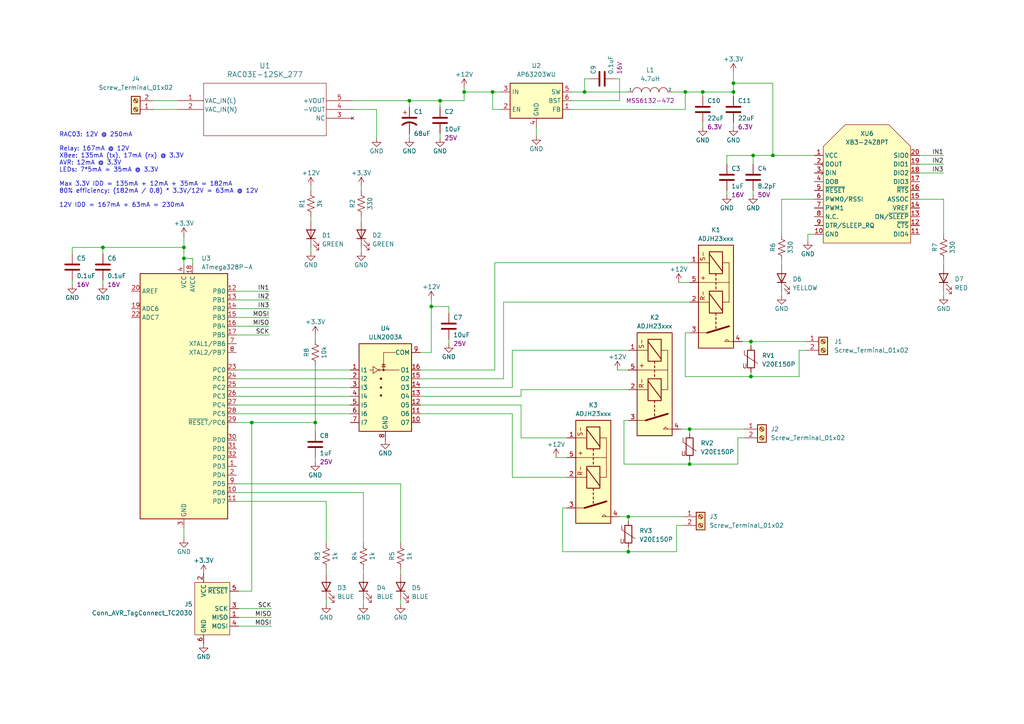
<source format=kicad_sch>
(kicad_sch (version 20211123) (generator eeschema)
  (paper "A4")
  (lib_symbols
    (symbol "Connector:Screw_Terminal_01x02" (pin_names (offset 1.016) hide)
      (property "Reference" "J" (at 0 2.54 0))
      (property "Value" "Screw_Terminal_01x02" (at 0 -5.08 0))
      (symbol "Screw_Terminal_01x02_1_1"
        (rectangle (start -1.27 1.27) (end 1.27 -3.81) (stroke (width 0.254)) (fill (type background)))
        (circle (center 0 -2.54) (radius 0.635) (stroke (width 0.1524)))
        (polyline (pts (xy -0.5334 -2.2098) (xy 0.3302 -3.048)) (stroke (width 0.1524)))
        (polyline (pts (xy -0.5334 0.3302) (xy 0.3302 -0.508)) (stroke (width 0.1524)))
        (polyline (pts (xy -0.3556 -2.032) (xy 0.508 -2.8702)) (stroke (width 0.1524)))
        (polyline (pts (xy -0.3556 0.508) (xy 0.508 -0.3302)) (stroke (width 0.1524)))
        (circle (center 0 0) (radius 0.635) (stroke (width 0.1524)))
        (pin passive line (at -5.08 0 0) (length 3.81) (name "Pin_1") (number "1"))
        (pin passive line (at -5.08 -2.54 0) (length 3.81) (name "Pin_2") (number "2"))
      )
    )
    (symbol "Device:C" (pin_numbers hide) (pin_names (offset 0.254))
      (property "Reference" "C" (at 0.635 2.54 0))
      (property "Value" "C" (at 0.635 -2.54 0))
      (symbol "C_0_1"
        (polyline (pts (xy -2.032 -0.762) (xy 2.032 -0.762)) (stroke (width 0.508)))
        (polyline (pts (xy -2.032 0.762) (xy 2.032 0.762)) (stroke (width 0.508)))
      )
      (symbol "C_1_1"
        (pin passive line (at 0 3.81 270) (length 2.794) (name "~") (number "1"))
        (pin passive line (at 0 -3.81 90) (length 2.794) (name "~") (number "2"))
      )
    )
    (symbol "Device:C_Polarized_US" (pin_numbers hide) (pin_names (offset 0.254) hide)
      (property "Reference" "C" (at 0.635 2.54 0))
      (property "Value" "C_Polarized_US" (at 0.635 -2.54 0))
      (symbol "C_Polarized_US_0_1"
        (polyline (pts (xy -2.032 0.762) (xy 2.032 0.762)) (stroke (width 0.508)))
        (polyline (pts (xy -1.778 2.286) (xy -0.762 2.286)))
        (polyline (pts (xy -1.27 1.778) (xy -1.27 2.794)))
        (arc (start 2.032 -1.27) (mid 0 -0.5572) (end -2.032 -1.27) (stroke (width 0.508)))
      )
      (symbol "C_Polarized_US_1_1"
        (pin passive line (at 0 3.81 270) (length 2.794) (name "~") (number "1"))
        (pin passive line (at 0 -3.81 90) (length 3.302) (name "~") (number "2"))
      )
    )
    (symbol "Device:LED" (pin_numbers hide) (pin_names (offset 1.016) hide)
      (property "Reference" "D" (at 0 2.54 0))
      (property "Value" "LED" (at 0 -2.54 0))
      (symbol "LED_0_1"
        (polyline (pts (xy -1.27 -1.27) (xy -1.27 1.27)) (stroke (width 0.254)))
        (polyline (pts (xy -1.27 0) (xy 1.27 0)))
        (polyline (pts (xy 1.27 -1.27) (xy 1.27 1.27) (xy -1.27 0) (xy 1.27 -1.27)) (stroke (width 0.254)))
        (polyline (pts (xy -3.048 -0.762) (xy -4.572 -2.286) (xy -3.81 -2.286) (xy -4.572 -2.286) (xy -4.572 -1.524)))
        (polyline (pts (xy -1.778 -0.762) (xy -3.302 -2.286) (xy -2.54 -2.286) (xy -3.302 -2.286) (xy -3.302 -1.524)))
      )
      (symbol "LED_1_1"
        (pin passive line (at -3.81 0 0) (length 2.54) (name "K") (number "1"))
        (pin passive line (at 3.81 0 180) (length 2.54) (name "A") (number "2"))
      )
    )
    (symbol "Device:R_US" (pin_numbers hide) (pin_names (offset 0))
      (property "Reference" "R" (at 2.54 0 90))
      (property "Value" "R_US" (at -2.54 0 90))
      (symbol "R_US_0_1"
        (polyline (pts (xy 0 -2.286) (xy 0 -2.54)))
        (polyline (pts (xy 0 2.286) (xy 0 2.54)))
        (polyline (pts (xy 0 -0.762) (xy 1.016 -1.143) (xy 0 -1.524) (xy -1.016 -1.905) (xy 0 -2.286)))
        (polyline (pts (xy 0 0.762) (xy 1.016 0.381) (xy 0 0) (xy -1.016 -0.381) (xy 0 -0.762)))
        (polyline (pts (xy 0 2.286) (xy 1.016 1.905) (xy 0 1.524) (xy -1.016 1.143) (xy 0 0.762)))
      )
      (symbol "R_US_1_1"
        (pin passive line (at 0 3.81 270) (length 1.27) (name "~") (number "1"))
        (pin passive line (at 0 -3.81 90) (length 1.27) (name "~") (number "2"))
      )
    )
    (symbol "Device:Varistor" (pin_numbers hide) (pin_names (offset 0))
      (property "Reference" "RV" (at 3.175 0 90))
      (property "Value" "Varistor" (at -3.175 0 90))
      (symbol "Varistor_0_0"
        (text "U" (at -1.778 -2.032 0) (effects (font (size 1.27 1.27))))
      )
      (symbol "Varistor_0_1"
        (rectangle (start -1.016 -2.54) (end 1.016 2.54) (stroke (width 0.254)))
        (polyline (pts (xy -1.905 2.54) (xy -1.905 1.27) (xy 1.905 -1.27)))
      )
      (symbol "Varistor_1_1"
        (pin passive line (at 0 3.81 270) (length 1.27) (name "~") (number "1"))
        (pin passive line (at 0 -3.81 90) (length 1.27) (name "~") (number "2"))
      )
    )
    (symbol "ISE Generic:ADJH23xxx"
      (property "Reference" "K" (at 5.08 33.02 0))
      (property "Value" "ADJH23xxx" (at 5.08 31.115 0))
      (symbol "ADJH23xxx_1_1"
        (polyline (pts (xy 0 13.335) (xy 3.175 13.335)))
        (polyline (pts (xy 0 24.765) (xy 3.175 24.765)))
        (polyline (pts (xy 2.54 4.445) (xy 0 4.445)))
        (polyline (pts (xy 2.54 4.445) (xy 8.89 6.35)) (stroke (width 0.508)))
        (polyline (pts (xy 3.175 15.875) (xy 6.985 10.795)) (stroke (width 0.254)))
        (polyline (pts (xy 3.175 27.305) (xy 6.985 22.225)) (stroke (width 0.254)))
        (polyline (pts (xy 5.08 6.35) (xy 5.08 5.715)) (stroke (width 0.254)))
        (polyline (pts (xy 5.08 7.62) (xy 5.08 6.985)) (stroke (width 0.254)))
        (polyline (pts (xy 5.08 8.89) (xy 5.08 8.255)) (stroke (width 0.254)))
        (polyline (pts (xy 5.08 10.16) (xy 5.08 9.525)) (stroke (width 0.254)))
        (polyline (pts (xy 5.08 17.78) (xy 5.08 17.145)) (stroke (width 0.254)))
        (polyline (pts (xy 5.08 19.05) (xy 5.08 18.415)) (stroke (width 0.254)))
        (polyline (pts (xy 5.08 20.32) (xy 5.08 19.685)) (stroke (width 0.254)))
        (polyline (pts (xy 5.08 21.59) (xy 5.08 20.955)) (stroke (width 0.254)))
        (polyline (pts (xy 8.89 13.335) (xy 6.985 13.335)))
        (polyline (pts (xy 8.89 13.335) (xy 8.89 24.765)))
        (polyline (pts (xy 8.89 19.05) (xy 0 19.05)))
        (polyline (pts (xy 8.89 24.765) (xy 6.985 24.765)))
        (polyline (pts (xy 10.16 1.905) (xy 7.62 1.905) (xy 8.255 2.54) (xy 8.89 1.905)))
        (rectangle (start 0 29.845) (end 10.16 0) (stroke (width 0.254)) (fill (type background)))
        (rectangle (start 6.985 16.51) (end 3.175 10.16) (stroke (width 0.254)))
        (rectangle (start 6.985 27.94) (end 3.175 21.59) (stroke (width 0.254)))
        (text "+" (at 1.27 20.32 900) (effects (font (size 1.27 1.27))))
        (text "R-" (at 1.27 15.24 900) (effects (font (size 1.27 1.27))))
        (text "S-" (at 1.27 26.67 900) (effects (font (size 1.27 1.27))))
        (pin passive line (at -2.54 24.765 0) (length 2.54) (name "~") (number "1"))
        (pin passive line (at -2.54 13.335 0) (length 2.54) (name "~") (number "2"))
        (pin passive line (at -2.54 4.445 0) (length 2.54) (name "~") (number "3"))
        (pin passive line (at 12.7 1.905 180) (length 2.54) (name "~") (number "4"))
        (pin passive line (at -2.54 19.05 0) (length 2.54) (name "~") (number "5"))
      )
    )
    (symbol "ISE Generic:Conn_AVR_TagConnect_TC2030" (in_bom no)
      (property "Reference" "J" (at 2.54 11.43 0))
      (property "Value" "Conn_AVR_TagConnect_TC2030" (at 5.08 8.89 0))
      (symbol "Conn_AVR_TagConnect_TC2030_0_0"
        (pin output line (at 7.62 -2.54 180) (length 2.54) (name "MISO") (number "1"))
        (pin power_in line (at -2.54 10.16 270) (length 2.54) (name "VCC") (number "2"))
        (pin input line (at 7.62 0 180) (length 2.54) (name "SCK") (number "3"))
        (pin input line (at 7.62 -5.08 180) (length 2.54) (name "MOSI") (number "4"))
        (pin open_collector line (at 7.62 5.08 180) (length 2.54) (name "~{RESET}") (number "5"))
        (pin power_in line (at -2.54 -10.16 90) (length 2.54) (name "GND") (number "6"))
      )
      (symbol "Conn_AVR_TagConnect_TC2030_0_1"
        (rectangle (start -5.08 7.62) (end 5.08 -7.62) (fill (type background)))
      )
    )
    (symbol "ISE RF:XB3-24Z8PT"
      (property "Reference" "U" (at 0 15.24 0))
      (property "Value" "XB3-24Z8PT" (at 0 12.7 0))
      (symbol "XB3-24Z8PT_0_1"
        (polyline (pts (xy -13.335 4.445) (xy -12.7 3.81) (xy -13.335 3.175)))
        (polyline (pts (xy -12.7 6.985) (xy -13.335 6.35) (xy -12.7 5.715)))
        (polyline (pts (xy -12.7 -16.51) (xy 12.7 -16.51) (xy 12.7 11.43) (xy 6.35 17.78) (xy -6.35 17.78) (xy -12.7 11.43) (xy -12.7 -16.51)) (fill (type background)))
      )
      (symbol "XB3-24Z8PT_1_1"
        (pin input line (at -15.24 8.89 0) (length 2.54) (name "VCC") (number "1"))
        (pin input line (at -15.24 -13.97 0) (length 2.54) (name "GND") (number "10"))
        (pin input line (at 15.24 -13.97 180) (length 2.54) (name "DIO4") (number "11"))
        (pin input line (at 15.24 -11.43 180) (length 2.54) (name "~{CTS}") (number "12"))
        (pin input line (at 15.24 -8.89 180) (length 2.54) (name "ON/~{SLEEP}") (number "13"))
        (pin input line (at 15.24 -6.35 180) (length 2.54) (name "VREF") (number "14"))
        (pin input line (at 15.24 -3.81 180) (length 2.54) (name "ASSOC") (number "15"))
        (pin input line (at 15.24 -1.27 180) (length 2.54) (name "~{RTS}") (number "16"))
        (pin input line (at 15.24 1.27 180) (length 2.54) (name "DIO3") (number "17"))
        (pin input line (at 15.24 3.81 180) (length 2.54) (name "DIO2") (number "18"))
        (pin input line (at 15.24 6.35 180) (length 2.54) (name "DIO1") (number "19"))
        (pin input line (at -15.24 6.35 0) (length 2.54) (name "DOUT") (number "2"))
        (pin input line (at 15.24 8.89 180) (length 2.54) (name "SIO0") (number "20"))
        (pin input line (at -15.24 3.81 0) (length 2.54) (name "DIN") (number "3"))
        (pin input line (at -15.24 1.27 0) (length 2.54) (name "DO8") (number "4"))
        (pin input line (at -15.24 -1.27 0) (length 2.54) (name "~{RESET}") (number "5"))
        (pin input line (at -15.24 -3.81 0) (length 2.54) (name "PWM0/RSSI") (number "6"))
        (pin input line (at -15.24 -6.35 0) (length 2.54) (name "PWM1") (number "7"))
        (pin input line (at -15.24 -8.89 0) (length 2.54) (name "N.C.") (number "8"))
        (pin input line (at -15.24 -11.43 0) (length 2.54) (name "DTR/SLEEP_RQ") (number "9"))
      )
    )
    (symbol "ISE UltraLibrarian:RAC03E-12SK_277" (pin_names (offset 0.254))
      (property "Reference" "U" (at 25.4 10.16 0))
      (property "Value" "RAC03E-12SK_277" (at 25.4 7.62 0))
      (symbol "RAC03E-12SK_277_0_1"
        (polyline (pts (xy 7.62 -10.16) (xy 43.18 -10.16)) (stroke (width 0.127)))
        (polyline (pts (xy 7.62 5.08) (xy 7.62 -10.16)) (stroke (width 0.127)))
        (polyline (pts (xy 43.18 -10.16) (xy 43.18 5.08)) (stroke (width 0.127)))
        (polyline (pts (xy 43.18 5.08) (xy 7.62 5.08)) (stroke (width 0.127)))
        (pin power_in line (at 0 0 0) (length 7.62) (name "VAC_IN(L)") (number "1"))
        (pin power_in line (at 0 -2.54 0) (length 7.62) (name "VAC_IN(N)") (number "2"))
        (pin no_connect line (at 50.8 -5.08 180) (length 7.62) (name "NC") (number "3"))
        (pin output line (at 50.8 -2.54 180) (length 7.62) (name "-VOUT") (number "4"))
        (pin output line (at 50.8 0 180) (length 7.62) (name "+VOUT") (number "5"))
      )
    )
    (symbol "MCU_Microchip_ATmega:ATmega328P-A"
      (property "Reference" "U" (at -12.7 36.83 0))
      (property "Value" "ATmega328P-A" (at 2.54 -36.83 0))
      (symbol "ATmega328P-A_0_1"
        (rectangle (start -12.7 -35.56) (end 12.7 35.56) (stroke (width 0.254)) (fill (type background)))
      )
      (symbol "ATmega328P-A_1_1"
        (pin bidirectional line (at 15.24 -20.32 180) (length 2.54) (name "PD3") (number "1"))
        (pin bidirectional line (at 15.24 -27.94 180) (length 2.54) (name "PD6") (number "10"))
        (pin bidirectional line (at 15.24 -30.48 180) (length 2.54) (name "PD7") (number "11"))
        (pin bidirectional line (at 15.24 30.48 180) (length 2.54) (name "PB0") (number "12"))
        (pin bidirectional line (at 15.24 27.94 180) (length 2.54) (name "PB1") (number "13"))
        (pin bidirectional line (at 15.24 25.4 180) (length 2.54) (name "PB2") (number "14"))
        (pin bidirectional line (at 15.24 22.86 180) (length 2.54) (name "PB3") (number "15"))
        (pin bidirectional line (at 15.24 20.32 180) (length 2.54) (name "PB4") (number "16"))
        (pin bidirectional line (at 15.24 17.78 180) (length 2.54) (name "PB5") (number "17"))
        (pin power_in line (at 2.54 38.1 270) (length 2.54) (name "AVCC") (number "18"))
        (pin input line (at -15.24 25.4 0) (length 2.54) (name "ADC6") (number "19"))
        (pin bidirectional line (at 15.24 -22.86 180) (length 2.54) (name "PD4") (number "2"))
        (pin passive line (at -15.24 30.48 0) (length 2.54) (name "AREF") (number "20"))
        (pin passive line (at 0 -38.1 90) (length 2.54) hide (name "GND") (number "21"))
        (pin input line (at -15.24 22.86 0) (length 2.54) (name "ADC7") (number "22"))
        (pin bidirectional line (at 15.24 7.62 180) (length 2.54) (name "PC0") (number "23"))
        (pin bidirectional line (at 15.24 5.08 180) (length 2.54) (name "PC1") (number "24"))
        (pin bidirectional line (at 15.24 2.54 180) (length 2.54) (name "PC2") (number "25"))
        (pin bidirectional line (at 15.24 0 180) (length 2.54) (name "PC3") (number "26"))
        (pin bidirectional line (at 15.24 -2.54 180) (length 2.54) (name "PC4") (number "27"))
        (pin bidirectional line (at 15.24 -5.08 180) (length 2.54) (name "PC5") (number "28"))
        (pin bidirectional line (at 15.24 -7.62 180) (length 2.54) (name "~{RESET}/PC6") (number "29"))
        (pin power_in line (at 0 -38.1 90) (length 2.54) (name "GND") (number "3"))
        (pin bidirectional line (at 15.24 -12.7 180) (length 2.54) (name "PD0") (number "30"))
        (pin bidirectional line (at 15.24 -15.24 180) (length 2.54) (name "PD1") (number "31"))
        (pin bidirectional line (at 15.24 -17.78 180) (length 2.54) (name "PD2") (number "32"))
        (pin power_in line (at 0 38.1 270) (length 2.54) (name "VCC") (number "4"))
        (pin passive line (at 0 -38.1 90) (length 2.54) hide (name "GND") (number "5"))
        (pin passive line (at 0 38.1 270) (length 2.54) hide (name "VCC") (number "6"))
        (pin bidirectional line (at 15.24 15.24 180) (length 2.54) (name "XTAL1/PB6") (number "7"))
        (pin bidirectional line (at 15.24 12.7 180) (length 2.54) (name "XTAL2/PB7") (number "8"))
        (pin bidirectional line (at 15.24 -25.4 180) (length 2.54) (name "PD5") (number "9"))
      )
    )
    (symbol "Regulator_Switching:AP63203WU"
      (property "Reference" "U" (at -7.62 6.35 0))
      (property "Value" "AP63203WU" (at 2.54 6.35 0))
      (symbol "AP63203WU_0_1"
        (rectangle (start -7.62 5.08) (end 7.62 -5.08) (stroke (width 0.254)) (fill (type background)))
      )
      (symbol "AP63203WU_1_1"
        (pin input line (at 10.16 -2.54 180) (length 2.54) (name "FB") (number "1"))
        (pin input line (at -10.16 -2.54 0) (length 2.54) (name "EN") (number "2"))
        (pin power_in line (at -10.16 2.54 0) (length 2.54) (name "IN") (number "3"))
        (pin power_in line (at 0 -7.62 90) (length 2.54) (name "GND") (number "4"))
        (pin output line (at 10.16 2.54 180) (length 2.54) (name "SW") (number "5"))
        (pin passive line (at 10.16 0 180) (length 2.54) (name "BST") (number "6"))
      )
    )
    (symbol "Transistor_Array:ULN2003A"
      (property "Reference" "U" (at 0 15.875 0))
      (property "Value" "ULN2003A" (at 0 13.97 0))
      (symbol "ULN2003A_0_1"
        (rectangle (start -7.62 -12.7) (end 7.62 12.7) (stroke (width 0.254)) (fill (type background)))
        (circle (center -1.778 5.08) (radius 0.254))
        (circle (center -1.27 -2.286) (radius 0.254) (fill (type outline)))
        (circle (center -1.27 0) (radius 0.254) (fill (type outline)))
        (circle (center -1.27 2.54) (radius 0.254) (fill (type outline)))
        (circle (center -0.508 5.08) (radius 0.254) (fill (type outline)))
        (polyline (pts (xy -4.572 5.08) (xy -3.556 5.08)))
        (polyline (pts (xy -1.524 5.08) (xy 4.064 5.08)))
        (polyline (pts (xy 0 6.731) (xy -1.016 6.731)))
        (polyline (pts (xy -0.508 5.08) (xy -0.508 10.16) (xy 2.921 10.16)))
        (polyline (pts (xy -3.556 6.096) (xy -3.556 4.064) (xy -2.032 5.08) (xy -3.556 6.096)))
        (polyline (pts (xy 0 5.969) (xy -1.016 5.969) (xy -0.508 6.731) (xy 0 5.969)))
      )
      (symbol "ULN2003A_1_1"
        (pin input line (at -10.16 5.08 0) (length 2.54) (name "I1") (number "1"))
        (pin open_collector line (at 10.16 -10.16 180) (length 2.54) (name "O7") (number "10"))
        (pin open_collector line (at 10.16 -7.62 180) (length 2.54) (name "O6") (number "11"))
        (pin open_collector line (at 10.16 -5.08 180) (length 2.54) (name "O5") (number "12"))
        (pin open_collector line (at 10.16 -2.54 180) (length 2.54) (name "O4") (number "13"))
        (pin open_collector line (at 10.16 0 180) (length 2.54) (name "O3") (number "14"))
        (pin open_collector line (at 10.16 2.54 180) (length 2.54) (name "O2") (number "15"))
        (pin open_collector line (at 10.16 5.08 180) (length 2.54) (name "O1") (number "16"))
        (pin input line (at -10.16 2.54 0) (length 2.54) (name "I2") (number "2"))
        (pin input line (at -10.16 0 0) (length 2.54) (name "I3") (number "3"))
        (pin input line (at -10.16 -2.54 0) (length 2.54) (name "I4") (number "4"))
        (pin input line (at -10.16 -5.08 0) (length 2.54) (name "I5") (number "5"))
        (pin input line (at -10.16 -7.62 0) (length 2.54) (name "I6") (number "6"))
        (pin input line (at -10.16 -10.16 0) (length 2.54) (name "I7") (number "7"))
        (pin power_in line (at 0 -15.24 90) (length 2.54) (name "GND") (number "8"))
        (pin passive line (at 10.16 10.16 180) (length 2.54) (name "COM") (number "9"))
      )
    )
    (symbol "power:+12V" (power) (pin_names (offset 0))
      (property "Value" "+12V" (at 0 3.556 0))
      (symbol "+12V_0_1"
        (polyline (pts (xy -0.762 1.27) (xy 0 2.54)))
        (polyline (pts (xy 0 0) (xy 0 2.54)))
        (polyline (pts (xy 0 2.54) (xy 0.762 1.27)))
      )
      (symbol "+12V_1_1"
        (pin power_in line (at 0 0 90) (length 0) hide (name "+12V") (number "1"))
      )
    )
    (symbol "power:+3.3V" (power) (pin_names (offset 0))
      (property "Value" "+3.3V" (at 0 3.556 0))
      (symbol "+3.3V_0_1"
        (polyline (pts (xy -0.762 1.27) (xy 0 2.54)))
        (polyline (pts (xy 0 0) (xy 0 2.54)))
        (polyline (pts (xy 0 2.54) (xy 0.762 1.27)))
      )
      (symbol "+3.3V_1_1"
        (pin power_in line (at 0 0 90) (length 0) hide (name "+3.3V") (number "1"))
      )
    )
    (symbol "power:GND" (power) (pin_names (offset 0))
      (property "Value" "GND" (at 0 -3.81 0))
      (symbol "GND_0_1"
        (polyline (pts (xy 0 0) (xy 0 -1.27) (xy 1.27 -1.27) (xy 0 -2.54) (xy -1.27 -1.27) (xy 0 -1.27)))
      )
      (symbol "GND_1_1"
        (pin power_in line (at 0 0 270) (length 0) hide (name "GND") (number "1"))
      )
    )
    (symbol "pspice:INDUCTOR" (pin_numbers hide) (pin_names (offset 0))
      (property "Reference" "L" (at 0 2.54 0))
      (property "Value" "INDUCTOR" (at 0 -1.27 0))
      (symbol "INDUCTOR_0_1"
        (arc (start -2.54 0) (mid -3.81 1.27) (end -5.08 0))
        (arc (start 0 0) (mid -1.27 1.27) (end -2.54 0))
        (arc (start 2.54 0) (mid 1.27 1.27) (end 0 0))
        (arc (start 5.08 0) (mid 3.81 1.27) (end 2.54 0))
      )
      (symbol "INDUCTOR_1_1"
        (pin input line (at -6.35 0 0) (length 1.27) (name "1") (number "1"))
        (pin input line (at 6.35 0 180) (length 1.27) (name "2") (number "2"))
      )
    )
  )
  (junction (at 182.245 149.86))
  (junction (at 200.025 124.46))
  (junction (at 127.635 29.21))
  (junction (at 169.545 26.67))
  (junction (at 73.025 122.555))
  (junction (at 212.725 24.13))
  (junction (at 142.875 26.67))
  (junction (at 203.835 26.67))
  (junction (at 125.095 88.9))
  (junction (at 118.745 29.21))
  (junction (at 198.755 26.67))
  (junction (at 200.025 134.62))
  (junction (at 224.155 45.085))
  (junction (at 182.245 160.02))
  (junction (at 218.44 45.085))
  (junction (at 29.845 71.755))
  (junction (at 217.805 109.22))
  (junction (at 134.62 26.67))
  (junction (at 217.805 99.06))
  (junction (at 53.34 74.93))
  (junction (at 53.34 71.755))
  (junction (at 91.44 122.555))
  (junction (at 212.725 26.67))
  (wire (pts (xy 68.58 84.455) (xy 78.105 84.455)))
  (wire (pts (xy 118.745 29.21) (xy 127.635 29.21)))
  (wire (pts (xy 198.755 31.75) (xy 198.755 26.67)))
  (wire (pts (xy 182.245 160.02) (xy 163.195 160.02)))
  (wire (pts (xy 148.59 138.43) (xy 148.59 120.015)))
  (wire (pts (xy 164.465 138.43) (xy 148.59 138.43)))
  (wire (pts (xy 102.235 29.21) (xy 118.745 29.21)))
  (wire (pts (xy 273.685 57.785) (xy 266.7 57.785)))
  (wire (pts (xy 213.995 134.62) (xy 200.025 134.62)))
  (wire (pts (xy 273.685 75.565) (xy 273.685 76.835)))
  (wire (pts (xy 210.82 45.085) (xy 218.44 45.085)))
  (wire (pts (xy 212.725 24.13) (xy 212.725 26.67)))
  (wire (pts (xy 146.05 87.63) (xy 146.05 109.855)))
  (wire (pts (xy 91.44 106.045) (xy 91.44 122.555)))
  (wire (pts (xy 234.315 69.85) (xy 234.315 67.945)))
  (wire (pts (xy 104.775 71.755) (xy 104.775 73.025)))
  (wire (pts (xy 203.835 27.94) (xy 203.835 26.67)))
  (wire (pts (xy 127.635 31.115) (xy 127.635 29.21)))
  (wire (pts (xy 44.45 31.75) (xy 51.435 31.75)))
  (wire (pts (xy 105.41 165.1) (xy 105.41 166.37)))
  (wire (pts (xy 68.58 89.535) (xy 78.105 89.535)))
  (wire (pts (xy 215.9 124.46) (xy 200.025 124.46)))
  (wire (pts (xy 273.685 84.455) (xy 273.685 85.725)))
  (wire (pts (xy 20.955 82.55) (xy 20.955 81.28)))
  (wire (pts (xy 178.435 22.86) (xy 179.705 22.86)))
  (wire (pts (xy 217.805 109.22) (xy 198.755 109.22)))
  (wire (pts (xy 20.955 73.66) (xy 20.955 71.755)))
  (wire (pts (xy 165.735 26.67) (xy 169.545 26.67)))
  (wire (pts (xy 105.41 157.48) (xy 105.41 142.875)))
  (wire (pts (xy 53.34 71.755) (xy 53.34 74.93)))
  (wire (pts (xy 116.205 173.99) (xy 116.205 175.26)))
  (wire (pts (xy 218.44 45.085) (xy 224.155 45.085)))
  (wire (pts (xy 196.215 160.02) (xy 182.245 160.02)))
  (wire (pts (xy 234.315 67.945) (xy 236.22 67.945)))
  (wire (pts (xy 198.755 26.67) (xy 203.835 26.67)))
  (wire (pts (xy 210.82 56.515) (xy 210.82 55.245)))
  (wire (pts (xy 125.095 102.235) (xy 121.92 102.235)))
  (wire (pts (xy 125.095 88.9) (xy 125.095 102.235)))
  (wire (pts (xy 212.725 35.56) (xy 212.725 36.83)))
  (wire (pts (xy 148.59 112.395) (xy 148.59 101.6)))
  (wire (pts (xy 213.995 127) (xy 213.995 134.62)))
  (wire (pts (xy 180.975 121.92) (xy 182.245 121.92)))
  (wire (pts (xy 90.17 62.865) (xy 90.17 64.135)))
  (wire (pts (xy 224.155 24.13) (xy 224.155 45.085)))
  (wire (pts (xy 90.17 53.975) (xy 90.17 55.245)))
  (wire (pts (xy 212.725 20.955) (xy 212.725 24.13)))
  (wire (pts (xy 200.025 134.62) (xy 180.975 134.62)))
  (wire (pts (xy 53.34 74.93) (xy 55.88 74.93)))
  (wire (pts (xy 94.615 145.415) (xy 68.58 145.415)))
  (wire (pts (xy 217.805 99.06) (xy 215.265 99.06)))
  (wire (pts (xy 127.635 40.005) (xy 127.635 38.735)))
  (wire (pts (xy 151.13 114.935) (xy 121.92 114.935)))
  (wire (pts (xy 101.6 114.935) (xy 68.58 114.935)))
  (wire (pts (xy 182.245 149.86) (xy 182.245 151.13)))
  (wire (pts (xy 104.775 62.865) (xy 104.775 64.135)))
  (wire (pts (xy 169.545 22.86) (xy 169.545 26.67)))
  (wire (pts (xy 69.215 179.07) (xy 78.74 179.07)))
  (wire (pts (xy 68.58 97.155) (xy 78.105 97.155)))
  (wire (pts (xy 231.775 101.6) (xy 231.775 109.22)))
  (wire (pts (xy 69.215 171.45) (xy 73.025 171.45)))
  (wire (pts (xy 210.82 47.625) (xy 210.82 45.085)))
  (wire (pts (xy 91.44 133.985) (xy 91.44 132.715)))
  (wire (pts (xy 217.805 107.95) (xy 217.805 109.22)))
  (wire (pts (xy 29.845 71.755) (xy 29.845 73.66)))
  (wire (pts (xy 69.215 176.53) (xy 78.74 176.53)))
  (wire (pts (xy 101.6 112.395) (xy 68.58 112.395)))
  (wire (pts (xy 134.62 29.21) (xy 134.62 26.67)))
  (wire (pts (xy 94.615 173.99) (xy 94.615 175.26)))
  (wire (pts (xy 155.575 36.83) (xy 155.575 39.37)))
  (wire (pts (xy 121.92 107.315) (xy 143.51 107.315)))
  (wire (pts (xy 218.44 45.085) (xy 218.44 47.625)))
  (wire (pts (xy 142.875 26.67) (xy 142.875 31.75)))
  (wire (pts (xy 68.58 92.075) (xy 78.105 92.075)))
  (wire (pts (xy 164.465 127) (xy 151.13 127)))
  (wire (pts (xy 116.205 140.335) (xy 116.205 157.48)))
  (wire (pts (xy 231.775 109.22) (xy 217.805 109.22)))
  (wire (pts (xy 236.22 57.785) (xy 226.695 57.785)))
  (wire (pts (xy 101.6 117.475) (xy 68.58 117.475)))
  (wire (pts (xy 105.41 142.875) (xy 68.58 142.875)))
  (wire (pts (xy 145.415 26.67) (xy 142.875 26.67)))
  (wire (pts (xy 130.175 99.695) (xy 130.175 98.425)))
  (wire (pts (xy 53.34 74.93) (xy 53.34 76.835)))
  (wire (pts (xy 130.175 88.9) (xy 125.095 88.9)))
  (wire (pts (xy 266.7 45.085) (xy 273.685 45.085)))
  (wire (pts (xy 233.68 101.6) (xy 231.775 101.6)))
  (wire (pts (xy 200.025 124.46) (xy 197.485 124.46)))
  (wire (pts (xy 127.635 29.21) (xy 134.62 29.21)))
  (wire (pts (xy 165.735 31.75) (xy 198.755 31.75)))
  (wire (pts (xy 196.215 152.4) (xy 196.215 160.02)))
  (wire (pts (xy 121.92 112.395) (xy 148.59 112.395)))
  (wire (pts (xy 91.44 97.155) (xy 91.44 98.425)))
  (wire (pts (xy 134.62 25.4) (xy 134.62 26.67)))
  (wire (pts (xy 169.545 26.67) (xy 182.245 26.67)))
  (wire (pts (xy 130.175 90.805) (xy 130.175 88.9)))
  (wire (pts (xy 182.245 149.86) (xy 179.705 149.86)))
  (wire (pts (xy 179.705 22.86) (xy 179.705 29.21)))
  (wire (pts (xy 94.615 157.48) (xy 94.615 145.415)))
  (wire (pts (xy 90.17 71.755) (xy 90.17 73.025)))
  (wire (pts (xy 266.7 47.625) (xy 273.685 47.625)))
  (wire (pts (xy 29.845 82.55) (xy 29.845 81.28)))
  (wire (pts (xy 118.745 29.21) (xy 118.745 31.115)))
  (wire (pts (xy 101.6 109.855) (xy 68.58 109.855)))
  (wire (pts (xy 224.155 45.085) (xy 236.22 45.085)))
  (wire (pts (xy 196.85 81.915) (xy 200.025 81.915)))
  (wire (pts (xy 146.05 109.855) (xy 121.92 109.855)))
  (wire (pts (xy 151.13 127) (xy 151.13 117.475)))
  (wire (pts (xy 217.805 99.06) (xy 217.805 100.33)))
  (wire (pts (xy 91.44 122.555) (xy 91.44 125.095)))
  (wire (pts (xy 148.59 120.015) (xy 121.92 120.015)))
  (wire (pts (xy 165.735 29.21) (xy 179.705 29.21)))
  (wire (pts (xy 163.195 147.32) (xy 163.195 160.02)))
  (wire (pts (xy 134.62 26.67) (xy 142.875 26.67)))
  (wire (pts (xy 151.13 117.475) (xy 121.92 117.475)))
  (wire (pts (xy 203.835 35.56) (xy 203.835 36.83)))
  (wire (pts (xy 55.88 74.93) (xy 55.88 76.835)))
  (wire (pts (xy 68.58 122.555) (xy 73.025 122.555)))
  (wire (pts (xy 200.025 124.46) (xy 200.025 125.73)))
  (wire (pts (xy 212.725 24.13) (xy 224.155 24.13)))
  (wire (pts (xy 170.815 22.86) (xy 169.545 22.86)))
  (wire (pts (xy 104.775 53.975) (xy 104.775 55.245)))
  (wire (pts (xy 198.12 149.86) (xy 182.245 149.86)))
  (wire (pts (xy 226.695 84.455) (xy 226.695 85.725)))
  (wire (pts (xy 143.51 76.2) (xy 200.025 76.2)))
  (wire (pts (xy 200.025 87.63) (xy 146.05 87.63)))
  (wire (pts (xy 198.12 152.4) (xy 196.215 152.4)))
  (wire (pts (xy 182.245 113.03) (xy 151.13 113.03)))
  (wire (pts (xy 151.13 113.03) (xy 151.13 114.935)))
  (wire (pts (xy 226.695 75.565) (xy 226.695 76.835)))
  (wire (pts (xy 125.095 86.995) (xy 125.095 88.9)))
  (wire (pts (xy 200.025 133.35) (xy 200.025 134.62)))
  (wire (pts (xy 20.955 71.755) (xy 29.845 71.755)))
  (wire (pts (xy 44.45 29.21) (xy 51.435 29.21)))
  (wire (pts (xy 233.68 99.06) (xy 217.805 99.06)))
  (wire (pts (xy 118.745 40.005) (xy 118.745 38.735)))
  (wire (pts (xy 53.34 156.21) (xy 53.34 153.035)))
  (wire (pts (xy 198.755 96.52) (xy 200.025 96.52)))
  (wire (pts (xy 116.205 165.1) (xy 116.205 166.37)))
  (wire (pts (xy 194.945 26.67) (xy 198.755 26.67)))
  (wire (pts (xy 68.58 94.615) (xy 78.105 94.615)))
  (wire (pts (xy 53.34 68.58) (xy 53.34 71.755)))
  (wire (pts (xy 226.695 57.785) (xy 226.695 67.945)))
  (wire (pts (xy 273.685 67.945) (xy 273.685 57.785)))
  (wire (pts (xy 182.245 158.75) (xy 182.245 160.02)))
  (wire (pts (xy 198.755 96.52) (xy 198.755 109.22)))
  (wire (pts (xy 218.44 56.515) (xy 218.44 55.245)))
  (wire (pts (xy 161.29 132.715) (xy 164.465 132.715)))
  (wire (pts (xy 105.41 173.99) (xy 105.41 175.26)))
  (wire (pts (xy 148.59 101.6) (xy 182.245 101.6)))
  (wire (pts (xy 68.58 140.335) (xy 116.205 140.335)))
  (wire (pts (xy 101.6 107.315) (xy 68.58 107.315)))
  (wire (pts (xy 180.975 121.92) (xy 180.975 134.62)))
  (wire (pts (xy 109.22 31.75) (xy 102.235 31.75)))
  (wire (pts (xy 145.415 31.75) (xy 142.875 31.75)))
  (wire (pts (xy 69.215 181.61) (xy 78.74 181.61)))
  (wire (pts (xy 215.9 127) (xy 213.995 127)))
  (wire (pts (xy 163.195 147.32) (xy 164.465 147.32)))
  (wire (pts (xy 143.51 107.315) (xy 143.51 76.2)))
  (wire (pts (xy 212.725 27.94) (xy 212.725 26.67)))
  (wire (pts (xy 29.845 71.755) (xy 53.34 71.755)))
  (wire (pts (xy 109.22 40.005) (xy 109.22 31.75)))
  (wire (pts (xy 73.025 122.555) (xy 91.44 122.555)))
  (wire (pts (xy 68.58 86.995) (xy 78.105 86.995)))
  (wire (pts (xy 179.07 107.315) (xy 182.245 107.315)))
  (wire (pts (xy 94.615 165.1) (xy 94.615 166.37)))
  (wire (pts (xy 203.835 26.67) (xy 212.725 26.67)))
  (wire (pts (xy 266.7 50.165) (xy 273.685 50.165)))
  (wire (pts (xy 73.025 122.555) (xy 73.025 171.45)))
  (wire (pts (xy 101.6 120.015) (xy 68.58 120.015)))
  (text "RAC03: 12V @ 250mA\n\nRelay: 167mA @ 12V\nXBee: 135mA (tx), 17mA (rx) @ 3.3V\nAVR: 12mA @ 3.3V\nLEDs: 7*5mA = 35mA @ 3.3V\n\nMax 3.3V IDD = 135mA + 12mA + 35mA = 182mA\n80% efficiency: (182mA / 0.8) * 3.3V/12V = 63mA @ 12V\n\n12V IDD = 167mA + 63mA = 230mA" (at 17.145 60.325 0) (effects (font (size 1.27 1.27)) (justify left bottom)))
  (label "SCK" (at 78.105 97.155 180))
  (label "SCK" (at 78.74 176.53 180))
  (label "IN1" (at 78.105 84.455 180))
  (label "IN3" (at 78.105 89.535 180))
  (label "MISO" (at 78.105 94.615 180))
  (label "MISO" (at 78.74 179.07 180))
  (label "IN2" (at 78.105 86.995 180))
  (label "IN3" (at 273.685 50.165 180))
  (label "IN1" (at 273.685 45.085 180))
  (label "MOSI" (at 78.105 92.075 180))
  (label "IN2" (at 273.685 47.625 180))
  (label "MOSI" (at 78.74 181.61 180))
  (symbol (lib_id "power:GND") (at 105.41 175.26 0) (unit 1)
    (property "Reference" "#PWR0128" (effects hide))
    (property "Value" "GND" (at 105.41 179.07 0))
  )
  (symbol (lib_id "power:GND") (at 234.315 69.85 0) (unit 1)
    (property "Reference" "#PWR0115" (effects hide))
    (property "Value" "GND" (at 234.315 73.66 0))
  )
  (symbol (lib_id "Regulator_Switching:AP63203WU") (at 155.575 29.21 0) (unit 1)
    (property "Reference" "U2" (at 155.575 19.05 0))
    (property "Value" "AP63203WU" (at 155.575 21.59 0))
    (property "Footprint" "Package_TO_SOT_SMD:TSOT-23-6" (effects hide))
    (property "Datasheet" "https://www.diodes.com/assets/Datasheets/AP63200-AP63201-AP63203-AP63205.pdf" (effects hide))
  )
  (symbol (lib_id "power:GND") (at 91.44 133.985 0) (unit 1)
    (property "Reference" "#PWR0133" (effects hide))
    (property "Value" "GND" (at 91.44 137.795 0))
  )
  (symbol (lib_id "Device:Varistor") (at 200.025 129.54 0) (unit 1)
    (property "Reference" "RV2" (at 203.2 128.5231 0) (effects (justify left)))
    (property "Value" "V20E150P" (at 203.2 131.0631 0) (effects (justify left)))
    (property "Footprint" "Varistor:RV_Disc_D21.5mm_W4.3mm_P10mm" (effects hide))
  )
  (symbol (lib_id "Device:R_US") (at 273.685 71.755 180) (unit 1)
    (property "Reference" "R7" (at 271.145 71.755 90))
    (property "Value" "330" (at 276.225 71.755 90))
    (property "Footprint" "Resistor_SMD:R_0805_2012Metric" (effects hide))
  )
  (symbol (lib_id "ISE UltraLibrarian:RAC03E-12SK_277") (at 51.435 29.21 0) (unit 1)
    (property "Reference" "U1" (at 76.835 19.05 0) (effects (font (size 1.524 1.524))))
    (property "Value" "RAC03E-12SK_277" (at 76.835 21.59 0) (effects (font (size 1.524 1.524))))
    (property "Footprint" "ISE_UltraLibrarian:RAC03E-K_277_RCP" (effects hide))
    (property "Datasheet" "RAC03E-12SK/277" (effects hide))
  )
  (symbol (lib_id "Device:LED") (at 116.205 170.18 90) (unit 1)
    (property "Reference" "D5" (at 119.38 170.4974 90) (effects (justify right)))
    (property "Value" "BLUE" (at 119.38 173.0374 90) (effects (justify right)))
    (property "Footprint" "LED_SMD:LED_0805_2012Metric" (effects hide))
  )
  (symbol (lib_id "power:GND") (at 53.34 156.21 0) (unit 1)
    (property "Reference" "#PWR0132" (effects hide))
    (property "Value" "GND" (at 53.34 160.02 0))
  )
  (symbol (lib_id "power:+12V") (at 196.85 81.915 0) (unit 1)
    (property "Reference" "#PWR011" (effects hide))
    (property "Value" "+12V" (at 196.85 78.105 0))
  )
  (symbol (lib_id "Device:C") (at 130.175 94.615 0) (unit 1)
    (property "Reference" "C7" (at 131.445 92.075 0) (effects (justify left)))
    (property "Value" "10uF" (at 131.445 97.155 0) (effects (justify left)))
    (property "Footprint" "Capacitor_SMD:C_0805_2012Metric" (effects hide))
    (property "Voltage" "25V" (at 131.445 99.695 0) (effects (justify left)))
  )
  (symbol (lib_id "Device:R_US") (at 104.775 59.055 180) (unit 1)
    (property "Reference" "R2" (at 102.235 59.055 90))
    (property "Value" "330" (at 107.315 59.055 90))
    (property "Footprint" "Resistor_SMD:R_0805_2012Metric" (effects hide))
  )
  (symbol (lib_id "Connector:Screw_Terminal_01x02") (at 238.76 99.06 0) (unit 1)
    (property "Reference" "J1" (at 241.935 99.0599 0) (effects (justify left)))
    (property "Value" "Screw_Terminal_01x02" (at 241.935 101.5999 0) (effects (justify left)))
    (property "Footprint" "ISE_UltraLibrarian:CONN_1714971_PXC" (effects hide))
  )
  (symbol (lib_id "power:GND") (at 29.845 82.55 0) (unit 1)
    (property "Reference" "#PWR0137" (effects hide))
    (property "Value" "GND" (at 29.845 86.36 0))
  )
  (symbol (lib_id "Device:C") (at 127.635 34.925 0) (unit 1)
    (property "Reference" "C2" (at 128.905 32.385 0) (effects (justify left)))
    (property "Value" "10uF" (at 128.905 37.465 0) (effects (justify left)))
    (property "Footprint" "Capacitor_SMD:C_0805_2012Metric" (effects hide))
    (property "Voltage" "25V" (at 128.905 40.005 0) (effects (justify left)))
  )
  (symbol (lib_id "MCU_Microchip_ATmega:ATmega328P-A") (at 53.34 114.935 0) (unit 1)
    (property "Reference" "U3" (at 58.42 74.93 0) (effects (justify left)))
    (property "Value" "ATmega328P-A" (at 58.42 77.47 0) (effects (justify left)))
    (property "Footprint" "Package_QFP:TQFP-32_7x7mm_P0.8mm" (effects hide))
    (property "Datasheet" "http://ww1.microchip.com/downloads/en/DeviceDoc/ATmega328_P%20AVR%20MCU%20with%20picoPower%20Technology%20Data%20Sheet%2040001984A.pdf" (effects hide))
  )
  (symbol (lib_id "ISE Generic:ADJH23xxx") (at 202.565 100.965 0) (unit 1)
    (property "Reference" "K1" (at 207.645 66.675 0))
    (property "Value" "ADJH23xxx" (at 207.645 69.215 0))
    (property "Footprint" "ISE_Generic:ADJH2xxxx" (effects hide))
  )
  (symbol (lib_id "power:+3.3V") (at 91.44 97.155 0) (unit 1)
    (property "Reference" "#PWR04" (effects hide))
    (property "Value" "+3.3V" (at 91.44 93.345 0))
  )
  (symbol (lib_id "power:GND") (at 273.685 85.725 0) (unit 1)
    (property "Reference" "#PWR0118" (effects hide))
    (property "Value" "GND" (at 273.685 89.535 0))
  )
  (symbol (lib_id "Device:Varistor") (at 182.245 154.94 0) (unit 1)
    (property "Reference" "RV3" (at 185.42 153.9231 0) (effects (justify left)))
    (property "Value" "V20E150P" (at 185.42 156.4631 0) (effects (justify left)))
    (property "Footprint" "Varistor:RV_Disc_D21.5mm_W4.3mm_P10mm" (effects hide))
  )
  (symbol (lib_id "pspice:INDUCTOR") (at 188.595 26.67 0) (unit 1)
    (property "Reference" "L1" (at 188.595 20.32 0))
    (property "Value" "4.7uH" (at 188.595 22.86 0))
    (property "Footprint" "ISE_UltraLibrarian:MSS6132-xxxMLC" (effects hide))
    (property "Device" "MSS6132-472" (at 188.595 29.21 0))
  )
  (symbol (lib_id "Device:LED") (at 90.17 67.945 90) (unit 1)
    (property "Reference" "D1" (at 93.345 68.2624 90) (effects (justify right)))
    (property "Value" "GREEN" (at 93.345 70.8024 90) (effects (justify right)))
    (property "Footprint" "LED_SMD:LED_0805_2012Metric" (effects hide))
  )
  (symbol (lib_id "power:+3.3V") (at 53.34 68.58 0) (unit 1)
    (property "Reference" "#PWR01" (effects hide))
    (property "Value" "+3.3V" (at 53.34 64.77 0))
  )
  (symbol (lib_id "Connector:Screw_Terminal_01x02") (at 220.98 124.46 0) (unit 1)
    (property "Reference" "J2" (at 223.52 124.4599 0) (effects (justify left)))
    (property "Value" "Screw_Terminal_01x02" (at 223.52 126.9999 0) (effects (justify left)))
    (property "Footprint" "ISE_UltraLibrarian:CONN_1714971_PXC" (effects hide))
  )
  (symbol (lib_id "Device:LED") (at 273.685 80.645 90) (unit 1)
    (property "Reference" "D7" (at 276.86 80.9624 90) (effects (justify right)))
    (property "Value" "RED" (at 276.86 83.5024 90) (effects (justify right)))
    (property "Footprint" "LED_SMD:LED_0805_2012Metric" (effects hide))
  )
  (symbol (lib_id "power:GND") (at 127.635 40.005 0) (unit 1)
    (property "Reference" "#PWR0110" (effects hide))
    (property "Value" "GND" (at 127.635 43.815 0))
  )
  (symbol (lib_id "power:GND") (at 90.17 73.025 0) (unit 1)
    (property "Reference" "#PWR0106" (effects hide))
    (property "Value" "GND" (at 90.17 76.835 0))
  )
  (symbol (lib_id "Device:R_US") (at 94.615 161.29 180) (unit 1)
    (property "Reference" "R3" (at 92.075 161.29 90))
    (property "Value" "1k" (at 97.155 161.29 90))
    (property "Footprint" "Resistor_SMD:R_0805_2012Metric" (effects hide))
  )
  (symbol (lib_id "Device:LED") (at 104.775 67.945 90) (unit 1)
    (property "Reference" "D2" (at 107.95 68.2624 90) (effects (justify right)))
    (property "Value" "GREEN" (at 107.95 70.8024 90) (effects (justify right)))
    (property "Footprint" "LED_SMD:LED_0805_2012Metric" (effects hide))
  )
  (symbol (lib_id "power:GND") (at 116.205 175.26 0) (unit 1)
    (property "Reference" "#PWR0129" (effects hide))
    (property "Value" "GND" (at 116.205 179.07 0))
  )
  (symbol (lib_id "power:GND") (at 94.615 175.26 0) (unit 1)
    (property "Reference" "#PWR0127" (effects hide))
    (property "Value" "GND" (at 94.615 179.07 0))
  )
  (symbol (lib_id "ISE Generic:ADJH23xxx") (at 167.005 151.765 0) (unit 1)
    (property "Reference" "K3" (at 172.085 117.475 0))
    (property "Value" "ADJH23xxx" (at 172.085 120.015 0))
    (property "Footprint" "ISE_Generic:ADJH2xxxx" (effects hide))
  )
  (symbol (lib_id "power:GND") (at 155.575 39.37 0) (unit 1)
    (property "Reference" "#PWR08" (effects hide))
    (property "Value" "GND" (at 155.575 43.18 0))
  )
  (symbol (lib_id "Device:C") (at 20.955 77.47 0) (unit 1)
    (property "Reference" "C5" (at 22.225 74.93 0) (effects (justify left)))
    (property "Value" "0.1uF" (at 22.225 80.01 0) (effects (justify left)))
    (property "Footprint" "Capacitor_SMD:C_0805_2012Metric" (effects hide))
    (property "Voltage" "16V" (at 22.225 82.55 0) (effects (justify left)))
  )
  (symbol (lib_id "Device:R_US") (at 91.44 102.235 180) (unit 1)
    (property "Reference" "R8" (at 88.9 102.235 90))
    (property "Value" "10k" (at 93.98 102.235 90))
    (property "Footprint" "Resistor_SMD:R_0805_2012Metric" (effects hide))
  )
  (symbol (lib_id "Device:R_US") (at 116.205 161.29 180) (unit 1)
    (property "Reference" "R5" (at 113.665 161.29 90))
    (property "Value" "1k" (at 118.745 161.29 90))
    (property "Footprint" "Resistor_SMD:R_0805_2012Metric" (effects hide))
  )
  (symbol (lib_id "power:GND") (at 212.725 36.83 0) (unit 1)
    (property "Reference" "#PWR014" (effects hide))
    (property "Value" "GND" (at 212.725 40.64 0))
  )
  (symbol (lib_id "Device:R_US") (at 226.695 71.755 180) (unit 1)
    (property "Reference" "R6" (at 224.155 71.755 90))
    (property "Value" "330" (at 229.235 71.755 90))
    (property "Footprint" "Resistor_SMD:R_0805_2012Metric" (effects hide))
  )
  (symbol (lib_id "Device:C") (at 29.845 77.47 0) (unit 1)
    (property "Reference" "C6" (at 31.115 74.93 0) (effects (justify left)))
    (property "Value" "0.1uF" (at 31.115 80.01 0) (effects (justify left)))
    (property "Footprint" "Capacitor_SMD:C_0805_2012Metric" (effects hide))
    (property "Voltage" "16V" (at 31.115 82.55 0) (effects (justify left)))
  )
  (symbol (lib_id "power:+3.3V") (at 212.725 20.955 0) (unit 1)
    (property "Reference" "#PWR013" (effects hide))
    (property "Value" "+3.3V" (at 212.725 17.145 0))
  )
  (symbol (lib_id "Device:C") (at 203.835 31.75 0) (unit 1)
    (property "Reference" "C10" (at 205.105 29.21 0) (effects (justify left)))
    (property "Value" "22uF" (at 205.105 34.29 0) (effects (justify left)))
    (property "Footprint" "Capacitor_SMD:C_0805_2012Metric" (effects hide))
    (property "Voltage" "6.3V" (at 205.105 36.83 0) (effects (justify left)))
  )
  (symbol (lib_id "power:+12V") (at 125.095 86.995 0) (unit 1)
    (property "Reference" "#PWR06" (effects hide))
    (property "Value" "+12V" (at 125.095 83.185 0))
  )
  (symbol (lib_id "Device:C") (at 174.625 22.86 90) (unit 1)
    (property "Reference" "C9" (at 172.085 21.59 0) (effects (justify left)))
    (property "Value" "0.1uF" (at 177.165 21.59 0) (effects (justify left)))
    (property "Footprint" "Capacitor_SMD:C_0805_2012Metric" (effects hide))
    (property "Voltage" "16V" (at 179.705 21.59 0) (effects (justify left)))
  )
  (symbol (lib_id "power:GND") (at 59.055 186.69 0) (unit 1)
    (property "Reference" "#PWR0130" (effects hide))
    (property "Value" "GND" (at 59.055 190.5 0))
  )
  (symbol (lib_id "power:GND") (at 109.22 40.005 0) (unit 1)
    (property "Reference" "#PWR05" (effects hide))
    (property "Value" "GND" (at 109.22 43.815 0))
  )
  (symbol (lib_id "ISE RF:XB3-24Z8PT") (at 251.46 53.975 0) (unit 1)
    (property "Reference" "XU6" (at 251.46 38.735 0))
    (property "Value" "XB3-24Z8PT" (at 251.46 41.275 0))
    (property "Footprint" "SparkFun RF:XBEE-SMD" (effects hide))
  )
  (symbol (lib_id "Connector:Screw_Terminal_01x02") (at 39.37 31.75 180) (unit 1)
    (property "Reference" "J4" (at 39.37 22.86 0))
    (property "Value" "Screw_Terminal_01x02" (at 39.37 25.4 0))
    (property "Footprint" "ISE_UltraLibrarian:CONN_1714971_PXC" (effects hide))
  )
  (symbol (lib_id "power:GND") (at 20.955 82.55 0) (mirror y) (unit 1)
    (property "Reference" "#PWR0138" (effects hide))
    (property "Value" "GND" (at 20.955 86.36 0))
  )
  (symbol (lib_id "power:GND") (at 130.175 99.695 0) (unit 1)
    (property "Reference" "#PWR0103" (effects hide))
    (property "Value" "GND" (at 130.175 103.505 0))
  )
  (symbol (lib_id "Transistor_Array:ULN2003A") (at 111.76 112.395 0) (unit 1)
    (property "Reference" "U4" (at 111.76 95.25 0))
    (property "Value" "ULN2003A" (at 111.76 97.79 0))
    (property "Footprint" "Package_SO:SO-16_3.9x9.9mm_P1.27mm" (effects hide))
    (property "Datasheet" "http://www.ti.com/lit/ds/symlink/uln2003a.pdf" (effects hide))
  )
  (symbol (lib_id "ISE Generic:ADJH23xxx") (at 184.785 126.365 0) (unit 1)
    (property "Reference" "K2" (at 189.865 92.075 0))
    (property "Value" "ADJH23xxx" (at 189.865 94.615 0))
    (property "Footprint" "ISE_Generic:ADJH2xxxx" (effects hide))
  )
  (symbol (lib_id "Device:LED") (at 226.695 80.645 90) (unit 1)
    (property "Reference" "D6" (at 229.87 80.9624 90) (effects (justify right)))
    (property "Value" "YELLOW" (at 229.87 83.5024 90) (effects (justify right)))
    (property "Footprint" "LED_SMD:LED_0805_2012Metric" (effects hide))
  )
  (symbol (lib_id "power:GND") (at 218.44 56.515 0) (unit 1)
    (property "Reference" "#PWR0113" (effects hide))
    (property "Value" "GND" (at 218.44 60.325 0))
  )
  (symbol (lib_id "Device:C") (at 218.44 51.435 0) (unit 1)
    (property "Reference" "C4" (at 219.71 48.895 0) (effects (justify left)))
    (property "Value" "8.2pF" (at 219.71 53.975 0) (effects (justify left)))
    (property "Footprint" "Capacitor_SMD:C_0805_2012Metric" (effects hide))
    (property "Voltage" "50V" (at 219.71 56.515 0) (effects (justify left)))
  )
  (symbol (lib_id "Device:Varistor") (at 217.805 104.14 0) (unit 1)
    (property "Reference" "RV1" (at 220.98 103.1231 0) (effects (justify left)))
    (property "Value" "V20E150P" (at 220.98 105.6631 0) (effects (justify left)))
    (property "Footprint" "Varistor:RV_Disc_D21.5mm_W4.3mm_P10mm" (effects hide))
  )
  (symbol (lib_id "power:GND") (at 104.775 73.025 0) (unit 1)
    (property "Reference" "#PWR0107" (effects hide))
    (property "Value" "GND" (at 104.775 76.835 0))
  )
  (symbol (lib_id "Connector:Screw_Terminal_01x02") (at 203.2 149.86 0) (unit 1)
    (property "Reference" "J3" (at 205.74 149.8599 0) (effects (justify left)))
    (property "Value" "Screw_Terminal_01x02" (at 205.74 152.3999 0) (effects (justify left)))
    (property "Footprint" "ISE_UltraLibrarian:CONN_1714971_PXC" (effects hide))
  )
  (symbol (lib_id "Device:C") (at 212.725 31.75 0) (unit 1)
    (property "Reference" "C11" (at 213.995 29.21 0) (effects (justify left)))
    (property "Value" "22uF" (at 213.995 34.29 0) (effects (justify left)))
    (property "Footprint" "Capacitor_SMD:C_0805_2012Metric" (effects hide))
    (property "Voltage" "6.3V" (at 213.995 36.83 0) (effects (justify left)))
  )
  (symbol (lib_id "Device:C_Polarized_US") (at 118.745 34.925 0) (unit 1)
    (property "Reference" "C1" (at 120.015 32.385 0) (effects (justify left)))
    (property "Value" "68uF" (at 120.015 38.735 0) (effects (justify left)))
    (property "Footprint" "Capacitor_SMD:CP_Elec_6.3x5.8" (effects hide))
  )
  (symbol (lib_id "Device:LED") (at 94.615 170.18 90) (unit 1)
    (property "Reference" "D3" (at 97.79 170.4974 90) (effects (justify right)))
    (property "Value" "BLUE" (at 97.79 173.0374 90) (effects (justify right)))
    (property "Footprint" "LED_SMD:LED_0805_2012Metric" (effects hide))
  )
  (symbol (lib_id "power:+12V") (at 134.62 25.4 0) (unit 1)
    (property "Reference" "#PWR07" (effects hide))
    (property "Value" "+12V" (at 134.62 21.59 0))
  )
  (symbol (lib_id "power:+12V") (at 161.29 132.715 0) (unit 1)
    (property "Reference" "#PWR09" (effects hide))
    (property "Value" "+12V" (at 161.29 128.905 0))
  )
  (symbol (lib_id "power:GND") (at 210.82 56.515 0) (unit 1)
    (property "Reference" "#PWR0114" (effects hide))
    (property "Value" "GND" (at 210.82 60.325 0))
  )
  (symbol (lib_id "Device:R_US") (at 90.17 59.055 180) (unit 1)
    (property "Reference" "R1" (at 87.63 59.055 90))
    (property "Value" "3k" (at 92.71 59.055 90))
    (property "Footprint" "Resistor_SMD:R_0805_2012Metric" (effects hide))
  )
  (symbol (lib_id "Device:LED") (at 105.41 170.18 90) (unit 1)
    (property "Reference" "D4" (at 109.22 170.4974 90) (effects (justify right)))
    (property "Value" "BLUE" (at 109.22 173.0374 90) (effects (justify right)))
    (property "Footprint" "LED_SMD:LED_0805_2012Metric" (effects hide))
  )
  (symbol (lib_id "power:GND") (at 203.835 36.83 0) (unit 1)
    (property "Reference" "#PWR012" (effects hide))
    (property "Value" "GND" (at 203.835 40.64 0))
  )
  (symbol (lib_id "power:+12V") (at 179.07 107.315 0) (unit 1)
    (property "Reference" "#PWR010" (effects hide))
    (property "Value" "+12V" (at 179.07 103.505 0))
  )
  (symbol (lib_id "power:GND") (at 118.745 40.005 0) (unit 1)
    (property "Reference" "#PWR0122" (effects hide))
    (property "Value" "GND" (at 118.745 43.815 0))
  )
  (symbol (lib_id "power:+3.3V") (at 104.775 53.975 0) (unit 1)
    (property "Reference" "#PWR0111" (effects hide))
    (property "Value" "+3.3V" (at 104.775 50.165 0))
  )
  (symbol (lib_id "Device:C") (at 91.44 128.905 0) (unit 1)
    (property "Reference" "C8" (at 92.71 126.365 0) (effects (justify left)))
    (property "Value" "1uF" (at 92.71 131.445 0) (effects (justify left)))
    (property "Footprint" "Capacitor_SMD:C_0805_2012Metric" (effects hide))
    (property "Voltage" "25V" (at 92.71 133.985 0) (effects (justify left)))
  )
  (symbol (lib_id "power:+3.3V") (at 59.055 166.37 0) (unit 1)
    (property "Reference" "#PWR02" (effects hide))
    (property "Value" "+3.3V" (at 59.055 162.56 0))
  )
  (symbol (lib_id "ISE Generic:Conn_AVR_TagConnect_TC2030") (at 61.595 176.53 0) (unit 1) (in_bom no)
    (property "Reference" "J5" (at 55.88 175.2599 0) (effects (justify right)))
    (property "Value" "Conn_AVR_TagConnect_TC2030" (at 55.88 177.7999 0) (effects (justify right)))
    (property "Footprint" "Connector:Tag-Connect_TC2030-IDC-NL_2x03_P1.27mm_Vertical" (effects hide))
    (property "Datasheet" "https://www.tag-connect.com/wp-content/uploads/bsk-pdf-manager/TC2030-CTX_1.pdf" (effects hide))
  )
  (symbol (lib_id "power:GND") (at 226.695 85.725 0) (unit 1)
    (property "Reference" "#PWR0117" (effects hide))
    (property "Value" "GND" (at 226.695 89.535 0))
  )
  (symbol (lib_id "Device:R_US") (at 105.41 161.29 180) (unit 1)
    (property "Reference" "R4" (at 102.87 161.29 90))
    (property "Value" "1k" (at 107.95 161.29 90))
    (property "Footprint" "Resistor_SMD:R_0805_2012Metric" (effects hide))
  )
  (symbol (lib_id "Device:C") (at 210.82 51.435 0) (unit 1)
    (property "Reference" "C3" (at 212.09 48.895 0) (effects (justify left)))
    (property "Value" "1uF" (at 212.09 53.975 0) (effects (justify left)))
    (property "Footprint" "Capacitor_SMD:C_0805_2012Metric" (effects hide))
    (property "Voltage" "16V" (at 212.09 56.515 0) (effects (justify left)))
  )
  (symbol (lib_id "power:GND") (at 111.76 127.635 0) (unit 1)
    (property "Reference" "#PWR0120" (effects hide))
    (property "Value" "GND" (at 111.76 131.445 0))
  )
  (symbol (lib_id "power:+12V") (at 90.17 53.975 0) (unit 1)
    (property "Reference" "#PWR03" (effects hide))
    (property "Value" "+12V" (at 90.17 50.165 0))
  )
)
</source>
